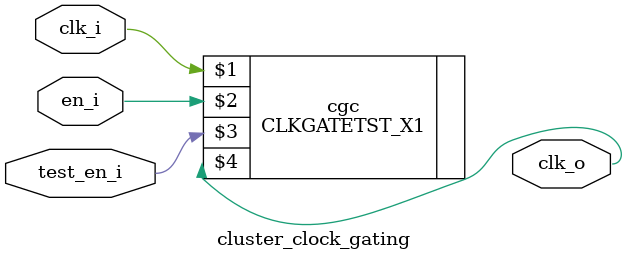
<source format=sv>

module cluster_clock_gating
  (
   input  logic clk_i,
   input  logic en_i,
   input  logic test_en_i,
   output logic clk_o
   );

   CLKGATETST_X1 cgc (clk_i, en_i, test_en_i, clk_o);
   
endmodule

</source>
